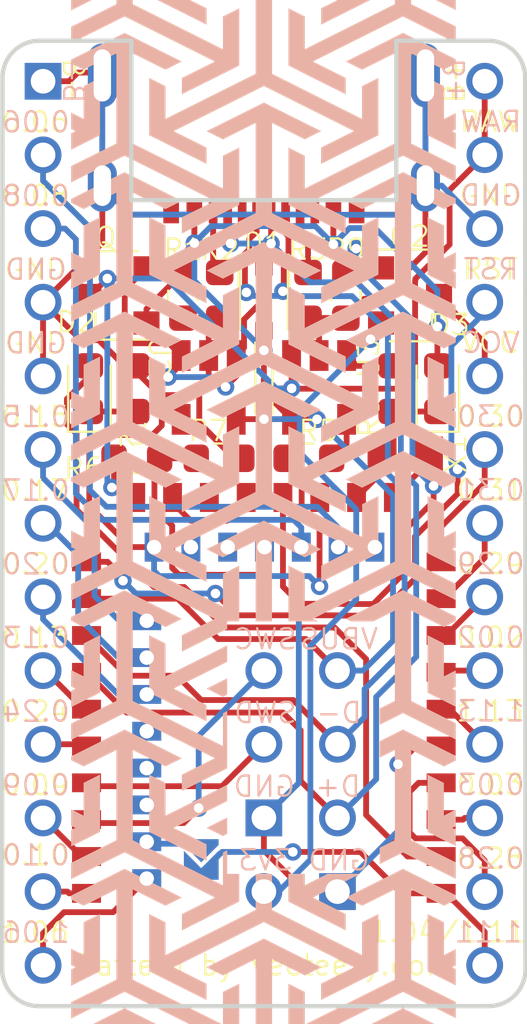
<source format=kicad_pcb>
(kicad_pcb (version 20211014) (generator pcbnew)
  (layers (0 "F.Cu" signal) (31 "B.Cu" signal) (34 "B.Paste" user) (35 "F.Paste" user) (36 "B.SilkS" user "B.Silkscreen") (37 "F.SilkS" user "F.Silkscreen") (38 "B.Mask" user) (39 "F.Mask" user) (44 "Edge.Cuts" user))
  (net 0 "")
  (net 1 "GND")
  (net 2 "RESET")
  (net 3 "/P0.02")
  (net 4 "/P0.29")
  (net 5 "/P0.30")
  (net 6 "/P0.31")
  (net 7 "/P0.10")
  (net 8 "/P0.09")
  (net 9 "VBUS")
  (net 10 "VBAT")
  (net 11 "DATA+")
  (net 12 "DATA-")
  (net 13 "/P1.13")
  (net 14 "/P1.11")
  (net 15 "/P0.20")
  (net 16 "/P0.13")
  (net 17 "/P0.15")
  (net 18 "/P0.17")
  (net 19 "/P0.22")
  (net 20 "/P0.24")
  (net 21 "BLUE_LED")
  (net 22 "/P0.03")
  (net 23 "/P0.28")
  (net 24 "/P0.00")
  (net 25 "/P0.01")
  (net 26 "/P1.06")
  (net 27 "/P1.04")
  (net 28 "SWC")
  (net 29 "SWD")
  (net 30 "POWER_PIN")
  (net 31 "/P0.26")
  (net 32 "DCCH")
  (net 33 "CC2")
  (net 34 "CC1")
  (net 35 "EXT_VCC")
  (net 36 "Net-(D2-Pad1)")
  (net 37 "/P1.00")
  (net 38 "/P1.02")
  (net 39 "/P0.12")
  (net 40 "Net-(R5-Pad1)")
  (net 41 "BATTERY_PIN")
  (net 42 "Net-(R8-Pad2)")
  (net 43 "Net-(D1-Pad1)")
  (net 44 "Net-(D3-Pad1)")
  (net 45 "nRF_VDD")
  (net 46 "/P0.07")
  (net 47 "/P0.08")
  (net 48 "PROG")
  (net 49 "/P0.06")
  (footprint "nrfmicro:pro_micro" (layer "F.Cu") (at 27.7216 36.51)
    (fp_text reference "U4")
    (fp_text value "ProMicro" hide)
  )
  (footprint "nrfmicro:E73-2G4M08S1C-52840" (layer "F.Cu") (at 27.72 33.97 -90)
    (fp_text reference "U1" hide)
    (fp_text value "E73-2G4M08S1C" hide)
  )
  (footprint "Package_TO_SOT_SMD:SOT-23" (layer "F.Cu") (at 32.766 27.3845)
    (fp_text reference "Q2")
    (fp_text value "AO3407")
  )
  (footprint "Diode_SMD:D_SOD-323F" (layer "F.Cu") (at 27.7216 27.502 -90)
    (fp_text reference "D1")
    (fp_text value "1N5819")
  )
  (footprint "Resistor_SMD:R_0603_1608Metric" (layer "F.Cu") (at 23.3375 33)
    (fp_text reference "R6")
    (fp_text value "820K")
  )
  (footprint "Resistor_SMD:R_0603_1608Metric" (layer "F.Cu") (at 26.175 33)
    (fp_text reference "R7")
    (fp_text value "2M")
  )
  (footprint "Package_TO_SOT_SMD:SOT-23" (layer "F.Cu") (at 22.6695 27.3845 180)
    (fp_text reference "Q1")
    (fp_text value "AO3407" hide)
  )
  (footprint "Resistor_SMD:R_0603_1608Metric" (layer "F.Cu") (at 23.3 30.6 90)
    (fp_text reference "R4")
    (fp_text value "1K")
  )
  (footprint "Resistor_SMD:R_0603_1608Metric" (layer "F.Cu") (at 26.1976 27.382 -90)
    (fp_text reference "R2")
    (fp_text value "5.1K")
  )
  (footprint "Resistor_SMD:R_0603_1608Metric" (layer "F.Cu") (at 29.2456 27.382 -90)
    (fp_text reference "R3")
    (fp_text value "5.1K")
  )
  (footprint "LED_SMD:LED_0603_1608Metric" (layer "F.Cu") (at 21.7 30.6 90)
    (fp_text reference "D2")
    (fp_text value "BLUE")
  )
  (footprint "Resistor_SMD:R_0603_1608Metric" (layer "F.Cu") (at 24.9276 27.382 -90)
    (fp_text reference "R1")
    (fp_text value "100K")
  )
  (footprint "Package_TO_SOT_SMD:SOT-23-5" (layer "F.Cu") (at 29.6266 30.557 -90)
    (fp_text reference "U3")
    (fp_text value "TP4054")
  )
  (footprint "Resistor_SMD:R_0603_1608Metric" (layer "F.Cu") (at 29.275 33 180)
    (fp_text reference "R5")
    (fp_text value "RPROG")
  )
  (footprint "Resistor_SMD:R_0603_1608Metric" (layer "F.Cu") (at 30.55 27.382 -90)
    (fp_text reference "R9")
    (fp_text value "2M")
  )
  (footprint "nrfmicro:connector_bat" (layer "F.Cu") (at 27.7216 20 180)
    (fp_text reference "J3")
    (fp_text value "Conn_01x02")
  )
  (footprint "nrfmicro:connector_swd" (layer "F.Cu") (at 27.7216 47.94 180)
    (fp_text reference "J2" hide)
    (fp_text value "Conn_01x04")
  )
  (footprint "Package_TO_SOT_SMD:SOT-23-5" (layer "F.Cu") (at 25.8166 30.557 -90)
    (fp_text reference "U2")
    (fp_text value "AP2112K-3.3")
  )
  (footprint "nrfmicro:connector_usb" (layer "F.Cu") (at 30.2616 47.94 180)
    (fp_text reference "J4" hide)
    (fp_text value "Conn_01x04")
  )
  (footprint "Crystal:Crystal_SMD_MicroCrystal_CM9V-T1A-2Pin_1.6x1.0mm" (layer "F.Cu") (at 32.6 32.85)
    (fp_text reference "X1")
    (fp_text value "32768kHz")
  )
  (footprint "Resistor_SMD:R_0603_1608Metric" (layer "F.Cu") (at 32.15 30.6 90)
    (fp_text reference "R8")
    (fp_text value "1K")
  )
  (footprint "LED_SMD:LED_0603_1608Metric" (layer "F.Cu") (at 33.725 30.6 90)
    (fp_text reference "D3")
    (fp_text value "RED")
  )
  (footprint "nrfmicro:USB-C_C168688" (layer "F.Cu") (at 27.72645 24.09875)
    (fp_text reference "J1" hide)
    (fp_text value "USB-C USB 2.0 MC-372")
  )
  (footprint "nrfmicro:nrf-pattern" (layer "F.Cu") (at 27.719533 34.350775)
    (fp_text reference "svg2mod" hide)
    (fp_text value "G***" hide)
  )
  (footprint "nrfmicro:Jumper_SMD" (layer "B.Cu") (at 25.560533 46.631775 180)
    (fp_text reference "JP1")
    (fp_text value "SolderJumper_2_Open" hide)
  )
  (gr_line (start 36.737 19.873) (end 36.7497 50.6197) (layer "Edge.Cuts") (width 0.15))
  (gr_line (start 32.291533 18.602775) (end 35.467 18.603) (layer "Edge.Cuts") (width 0.15))
  (gr_line (start 19.973 18.603) (end 23.147533 18.602775) (layer "Edge.Cuts") (width 0.15))
  (gr_line (start 18.6903 50.6197) (end 18.703 19.873) (layer "Edge.Cuts") (width 0.15))
  (gr_line (start 32.291533 24.1) (end 32.291533 18.602775) (layer "Edge.Cuts") (width 0.15))
  (gr_line (start 23.147533 18.602775) (end 23.147533 24.1) (layer "Edge.Cuts") (width 0.15))
  (gr_line (start 35.4797 51.8897) (end 19.9603 51.8897) (layer "Edge.Cuts") (width 0.15))
  (gr_arc (start 35.467 18.603) (mid 36.365026 18.974974) (end 36.737 19.873) (layer "Edge.Cuts") (width 0.15))
  (gr_arc (start 18.703 19.873) (mid 19.074974 18.974974) (end 19.973 18.603) (layer "Edge.Cuts") (width 0.15))
  (gr_arc (start 19.9603 51.8897) (mid 19.062274 51.517726) (end 18.6903 50.6197) (layer "Edge.Cuts") (width 0.15))
  (gr_arc (start 36.7497 50.6197) (mid 36.377726 51.517726) (end 35.4797 51.8897) (layer "Edge.Cuts") (width 0.15))
  (gr_line (start 23.147533 24.1) (end 32.291533 24.1) (layer "Edge.Cuts") (width 0.15))
  (gr_text "Pattern by Vecteezy.com" (at 27.719533 50.479775) (layer "F.SilkS") (effects (font (size 0.7 0.7) (thickness 0.08))))
  (segment (start 25.491601 31.777003) (end 26.714598 33) (width 0.2) (layer "F.Cu") (net 1))
  (segment (start 33.2966 25.8982) (end 32.516001 26.678799) (width 0.2) (layer "F.Cu") (net 1))
  (segment (start 29.197753 35.162775) (end 29.024999 34.990021) (width 0.2) (layer "F.Cu") (net 1))
  (segment (start 21.3 19.7) (end 22.1466 19.7) (width 0.2) (layer "F.Cu") (net 1))
  (segment (start 23.117189 24.6) (end 24.5216 24.6) (width 0.2) (layer "F.Cu") (net 1))
  (segment (start 23.3 29.997838) (end 24.07501 30.772848) (width 0.2) (layer "F.Cu") (net 1))
  (segment (start 27.7216 45.4) (end 27.7216 46.521842) (width 0.2) (layer "F.Cu") (net 1))
  (segment (start 30.525 28.1625) (end 29.2526 28.1625) (width 0.2) (layer "F.Cu") (net 1))
  (segment (start 29.472533 35.162775) (end 29.197753 35.162775) (width 0.2) (layer "F.Cu") (net 1))
  (segment (start 20.1016 20) (end 21 20) (width 0.2) (layer "F.Cu") (net 1))
  (segment (start 24.101673 30.799511) (end 24.124162 30.822) (width 0.2) (layer "F.Cu") (net 1))
  (segment (start 25.491601 30.886999) (end 25.491601 31.777003) (width 0.2) (layer "F.Cu") (net 1))
  (segment (start 23.3 30.024991) (end 23.3 29.8125) (width 0.2) (layer "F.Cu") (net 1))
  (segment (start 25.8166 30.1634) (end 25.491601 30.488399) (width 0.2) (layer "F.Cu") (net 1))
  (segment (start 26.714598 33) (end 26.9625 33) (width 0.2) (layer "F.Cu") (net 1))
  (segment (start 33.839 42.92) (end 32.98 42.92) (width 0.2) (layer "F.Cu") (net 1))
  (segment (start 33.2966 23.625277) (end 32.321877 24.6) (width 0.2) (layer "F.Cu") (net 1))
  (segment (start 30.525 28.1625) (end 31.1875 27.5) (width 0.2) (layer "F.Cu") (net 1))
  (segment (start 26.59614 32.9) (end 25.491601 31.795461) (width 0.2) (layer "F.Cu") (net 1))
  (segment (start 26.1976 28.1695) (end 24.9276 28.1695) (width 0.2) (layer "F.Cu") (net 1))
  (segment (start 29.024999 33.437499) (end 28.4875 32.9) (width 0.2) (layer "F.Cu") (net 1))
  (segment (start 21.6976 34.64389) (end 21.6976 32.54376) (width 0.2) (layer "F.Cu") (net 1))
  (segment (start 25.426602 30.822) (end 25.491601 30.886999) (width 0.2) (layer "F.Cu") (net 1))
  (segment (start 32.98 42.92) (end 32.35 43.55) (width 0.2) (layer "F.Cu") (net 1))
  (segment (start 29.6266 29.457) (end 29.6266 28.5505) (width 0.2) (layer "F.Cu") (net 1))
  (segment (start 21.6976 32.54376) (end 22.04936 32.192) (width 0.2) (layer "F.Cu") (net 1))
  (segment (start 25.491601 30.488399) (end 25.491601 31.795461) (width 0.2) (layer "F.Cu") (net 1))
  (segment (start 32.321877 24.6) (end 30.9216 24.6) (width 0.2) (layer "F.Cu") (net 1))
  (segment (start 20.1016 30.16) (end 20.1016 27.62) (width 0.2) (layer "F.Cu") (net 1))
  (segment (start 24.07501 30.772848) (end 24.101673 30.799511) (width 0.2) (layer "F.Cu") (net 1))
  (segment (start 20.1016 27.62) (end 21.40659 28.92499) (width 0.2) (layer "F.Cu") (net 1))
  (segment (start 29.139758 47.94) (end 30.2616 47.94) (width 0.2) (layer "F.Cu") (net 1))
  (segment (start 24.1976 31.872) (end 24.1976 30.895438) (width 0.2) (layer "F.Cu") (net 1))
  (segment (start 23.3 29.8125) (end 23.3 30.038002) (width 0.2) (layer "F.Cu") (net 1))
  (segment (start 22.90864 29.8125) (end 22.02113 28.92499) (width 0.2) (layer "F.Cu") (net 1))
  (segment (start 26.9625 32.9) (end 26.59614 32.9) (width 0.2) (layer "F.Cu") (net 1))
  (segment (start 21 20) (end 21.3 19.7) (width 0.2) (layer "F.Cu") (net 1))
  (segment (start 29.2476 28.1675) (end 29.2456 28.1695) (width 0.2) (layer "F.Cu") (net 1))
  (segment (start 29.642533 35.332775) (end 29.472533 35.162775) (width 0.2) (layer "F.Cu") (net 1))
  (segment (start 25.8166 29.457) (end 25.8166 30.1634) (width 0.2) (layer "F.Cu") (net 1))
  (segment (start 23.3 29.8125) (end 23.3 29.997838) (width 0.2) (layer "F.Cu") (net 1))
  (segment (start 20.1016 27.62) (end 22.1466 25.575) (width 0.2) (layer "F.Cu") (net 1))
  (segment (start 24.1976 30.895438) (end 24.101673 30.799511) (width 0.2) (layer "F.Cu") (net 1))
  (segment (start 22.04936 32.192) (end 23.8776 32.192) (width 0.2) (layer "F.Cu") (net 1))
  (segment (start 32.516001 26.678799) (end 32.516001 27.074501) (width 0.2) (layer "F.Cu") (net 1))
  (segment (start 23.8776 32.192) (end 24.1976 31.872) (width 0.2) (layer "F.Cu") (net 1))
  (segment (start 23.933 36.062) (end 23.11571 36.062) (width 0.2) (layer "F.Cu") (net 1))
  (segment (start 29.6266 28.5505) (end 29.2456 28.1695) (width 0.2) (layer "F.Cu") (net 1))
  (segment (start 23.11571 36.062) (end 21.6976 34.64389) (width 0.2) (layer "F.Cu") (net 1))
  (segment (start 25.8166 28.8084) (end 25.8166 29.457) (width 0.2) (layer "F.Cu") (net 1))
  (segment (start 33.2966 23.7) (end 33.2966 25.8982) (width 0.2) (layer "F.Cu") (net 1))
  (segment (start 26.1976 28.1695) (end 26.1976 28.4274) (width 0.2) (layer "F.Cu") (net 1))
  (segment (start 31.1875 27.5) (end 32.090502 27.5) (width 0.2) (layer "F.Cu") (net 1))
  (segment (start 33.2966 19.7) (end 33.2966 23.625277) (width 0.2) (layer "F.Cu") (net 1))
  (segment (start 22.02113 28.92499) (end 21.40659 28.92499) (width 0.2) (layer "F.Cu") (net 1))
  (segment (start 29.2526 28.1625) (end 29.2456 28.1695) (width 0.2) (layer "F.Cu") (net 1))
  (segment (start 29.024999 34.990021) (end 29.024999 33.437499) (width 0.2) (layer "F.Cu") (net 1))
  (segment (start 25.84 34.351) (end 25.84 34.1225) (width 0.2) (layer "F.Cu") (net 1))
  (segment (start 26.1976 28.4274) (end 25.8166 28.8084) (width 0.2) (layer "F.Cu") (net 1))
  (segment (start 29.642533 37.415755) (end 29.642533 35.332775) (width 0.2) (layer "F.Cu") (net 1))
  (segment (start 27.7216 46.521842) (end 29.139758 47.94) (width 0.2) (layer "F.Cu") (net 1))
  (segment (start 32.090502 27.5) (end 32.516001 27.074501) (width 0.2) (layer "F.Cu") (net 1))
  (segment (start 22.1466 25.575) (end 22.1466 23.7) (width 0.2) (layer "F.Cu") (net 1))
  (segment (start 22.1466 19.7) (end 22.1466 23.629411) (width 0.2) (layer "F.Cu") (net 1))
  (segment (start 22.1466 23.629411) (end 23.117189 24.6) (width 0.2) (layer "F.Cu") (net 1))
  (segment (start 24.124162 30.822) (end 25.426602 30.822) (width 0.2) (layer "F.Cu") (net 1))
  (segment (start 25.84 34.1225) (end 26.9625 33) (width 0.2) (layer "F.Cu") (net 1))
  (via (at 32.35 43.55) (size 0.6) (drill 0.33) (layers "F.Cu" "B.Cu") (net 1))
  (via (at 29.642533 37.415755) (size 0.6) (drill 0.33) (layers "F.Cu" "B.Cu") (net 1))
  (segment (start 28.926589 37.073411) (end 28.937998 37.062002) (width 0.2) (layer "B.Cu") (net 1))
  (segment (start 27.7216 45.397708) (end 28.926589 44.192719) (width 0.2) (layer "B.Cu") (net 1))
  (segment (start 29.660983 24.595977) (end 23.113166 24.595977) (width 0.2) (layer "B.Cu") (net 1))
  (segment (start 32.35 45.849308) (end 30.2616 47.937708) (width 0.2) (layer "B.Cu") (net 1))
  (segment (start 27.7216 45.4) (end 27.7216 45.397708) (width 0.2) (layer "B.Cu") (net 1))
  (segment (start 29.667781 24.602775) (end 29.660983 24.595977) (width 0.2) (layer "B.Cu") (net 1))
  (segment (start 29.642533 37.415755) (end 29.28878 37.062002) (width 0.2) (layer "B.Cu") (net 1))
  (segment (start 32.35 43.55) (end 32.35 45.849308) (width 0.2) (layer "B.Cu") (net 1))
  (segment (start 35.3416 25.08) (end 33.8616 23.6) (width 0.2) (layer "B.Cu") (net 1))
  (segment (start 28.926589 44.192719) (end 28.926589 37.073411) (width 0.2) (layer "B.Cu") (net 1))
  (segment (start 24.112002 37.062002) (end 23.933 36.883) (width 0.2) (layer "B.Cu") (net 1))
  (segment (start 23.113166 24.595977) (end 22.1466 23.629411) (width 0.2) (layer "B.Cu") (net 1))
  (segment (start 28.937998 37.062002) (end 24.112002 37.062002) (width 0.2) (layer "B.Cu") (net 1))
  (segment (start 23.933 36.883) (end 23.933 36.062) (width 0.2) (layer "B.Cu") (net 1))
  (segment (start 29.28878 37.062002) (end 28.937998 37.062002) (width 0.2) (layer "B.Cu") (net 1))
  (segment (start 33.8616 23.6) (end 33.2972 23.6) (width 0.2) (layer "B.Cu") (net 1))
  (segment (start 33.2966 19.7) (end 33.2966 23.625277) (width 0.2) (layer "B.Cu") (net 1))
  (segment (start 32.319102 24.602775) (end 29.667781 24.602775) (width 0.2) (layer "B.Cu") (net 1))
  (segment (start 22.1466 23.629411) (end 22.1466 19.7) (width 0.2) (layer "B.Cu") (net 1))
  (segment (start 30.2616 47.937708) (end 30.2616 47.94) (width 0.2) (layer "B.Cu") (net 1))
  (segment (start 33.2966 23.625277) (end 32.319102 24.602775) (width 0.2) (layer "B.Cu") (net 1))
  (segment (start 31.660675 38.424775) (end 30.286899 38.424775) (width 0.2) (layer "F.Cu") (net 2))
  (segment (start 26.802773 38.414775) (end 26.05 37.662002) (width 0.2) (layer "F.Cu") (net 2))
  (segment (start 34.406599 33.381599) (end 34.406599 34.225501) (width 0.2) (layer "F.Cu") (net 2))
  (segment (start 34.406599 34.225501) (end 32.936533 35.695567) (width 0.2) (layer "F.Cu") (net 2))
  (segment (start 30.276899 38.414775) (end 26.802773 38.414775) (width 0.2) (layer "F.Cu") (net 2))
  (segment (start 22.327621 36.57) (end 22.860541 37.10292) (width 0.2) (layer "F.Cu") (net 2))
  (segment (start 32.936533 35.695567) (end 32.936532 37.148918) (width 0.2) (layer "F.Cu") (net 2))
  (segment (start 22.860541 37.10292) (end 22.860541 37.221058) (width 0.2) (layer "F.Cu") (net 2))
  (segment (start 21.601 36.57) (end 22.327621 36.57) (width 0.2) (layer "F.Cu") (net 2))
  (segment (start 32.936532 37.148918) (end 31.660675 38.424775) (width 0.2) (layer "F.Cu") (net 2))
  (segment (start 30.286899 38.424775) (end 30.276899 38.414775) (width 0.2) (layer "F.Cu") (net 2))
  (via (at 26.05 37.662002) (size 0.6) (drill 0.33) (layers "F.Cu" "B.Cu") (net 2))
  (via (at 34.406599 33.381599) (size 0.6) (drill 0.33) (layers "F.Cu" "B.Cu") (net 2))
  (via (at 22.860541 37.221058) (size 0.6) (drill 0.33) (layers "F.Cu" "B.Cu") (net 2))
  (segment (start 23.301485 37.662002) (end 22.860541 37.221058) (width 0.2) (layer "B.Cu") (net 2))
  (segment (start 35.3416 27.973708) (end 34.192533 29.122775) (width 0.2) (layer "B.Cu") (net 2))
  (segment (start 35.3416 27.62) (end 35.3416 27.973708) (width 0.2) (layer "B.Cu") (net 2))
  (segment (start 34.192533 33.167533) (end 34.406599 33.381599) (width 0.2) (layer "B.Cu") (net 2))
  (segment (start 26.05 37.662002) (end 23.301485 37.662002) (width 0.2) (layer "B.Cu") (net 2))
  (segment (start 34.192533 29.122775) (end 34.192533 33.167533) (width 0.2) (layer "B.Cu") (net 2))
  (segment (start 35.3416 40.32) (end 33.899 40.32) (width 0.2) (layer "F.Cu") (net 3))
  (segment (start 33.899 40.32) (end 33.839 40.38) (width 0.2) (layer "F.Cu") (net 3))
  (segment (start 34.0116 39.11) (end 35.3416 37.78) (width 0.2) (layer "F.Cu") (net 4))
  (segment (start 33.839 39.11) (end 34.0116 39.11) (width 0.2) (layer "F.Cu") (net 4))
  (segment (start 33.839 35.358798) (end 35.3416 33.856198) (width 0.2) (layer "F.Cu") (net 5))
  (segment (start 33.839 36.57) (end 33.839 35.358798) (width 0.2) (layer "F.Cu") (net 5))
  (segment (start 35.3416 33.856198) (end 35.3416 32.7) (width 0.2) (layer "F.Cu") (net 5))
  (segment (start 35.3416 36.432402) (end 35.3416 35.24) (width 0.2) (layer "F.Cu") (net 6))
  (segment (start 33.934002 37.84) (end 35.3416 36.432402) (width 0.2) (layer "F.Cu") (net 6))
  (segment (start 33.839 37.84) (end 33.934002 37.84) (width 0.2) (layer "F.Cu") (net 6))
  (segment (start 21 48) (end 20.94 47.94) (width 0.2) (layer "F.Cu") (net 7))
  (segment (start 20.94 47.94) (end 20.1016 47.94) (width 0.2) (layer "F.Cu") (net 7))
  (segment (start 21.601 48) (end 21 48) (width 0.2) (layer "F.Cu") (net 7))
  (segment (start 21.4316 46.73) (end 21.601 46.73) (width 0.2) (layer "F.Cu") (net 8))
  (segment (start 20.1016 45.4) (end 21.4316 46.73) (width 0.2) (layer "F.Cu") (net 8))
  (segment (start 30.2616 40.32) (end 29.174375 39.232775) (width 0.2) (layer "F.Cu") (net 9))
  (segment (start 27.7216 28.5455) (end 27.7216 29.2784) (width 0.2) (layer "F.Cu") (net 9))
  (segment (start 33.71 28.46) (end 33.71 29.7975) (width 0.2) (layer "F.Cu") (net 9))
  (segment (start 23.6695 27.8526) (end 24.9276 26.5945) (width 0.2) (layer "F.Cu") (net 9))
  (segment (start 28.6766 31.657) (end 28.119599 31.099999) (width 0.2) (layer "F.Cu") (net 9))
  (segment (start 30.1216 24.6) (end 30.1216 25.6184) (width 0.2) (layer "F.Cu") (net 9))
  (segment (start 30.1216 24.6) (end 30.1216 25.2816) (width 0.2) (layer "F.Cu") (net 9))
  (segment (start 28.6766 31.657) (end 29.557 31.657) (width 0.2) (layer "F.Cu") (net 9))
  (segment (start 27.7216 30.702) (end 28.119599 31.099999) (width 0.2) (layer "F.Cu") (net 9))
  (segment (start 30.1216 24.73) (end 30.1216 25.2816) (width 0.2) (layer "F.Cu") (net 9))
  (segment (start 24.9276 25.9724) (end 25.3216 25.5784) (width 0.2) (layer "F.Cu") (net 9))
  (segment (start 24.749758 37.84) (end 21.601 37.84) (width 0.2) (layer "F.Cu") (net 9))
  (segment (start 27.7216 29.2784) (end 27.7216 30.702) (width 0.2) (layer "F.Cu") (net 9))
  (segment (start 30.1216 25.6184) (end 30.12 25.62) (width 0.2) (layer "F.Cu") (net 9))
  (segment (start 25.3216 25.5784) (end 25.3216 24.73) (width 0.2) (layer "F.Cu") (net 9))
  (segment (start 25.3216 24.6) (end 25.3216 25.5784) (width 0.2) (layer "F.Cu") (net 9))
  (segment (start 23.6695 28.3345) (end 23.6695 27.8526) (width 0.2) (layer "F.Cu") (net 9))
  (segment (start 29.174375 39.232775) (end 26.142533 39.232775) (width 0.2) (layer "F.Cu") (net 9))
  (segment (start 26.142533 39.232775) (end 24.749758 37.84) (width 0.2) (layer "F.Cu") (net 9))
  (segment (start 24.9276 26.5945) (end 24.9276 25.9724) (width 0.2) (layer "F.Cu") (net 9))
  (via (at 25.3216 25.5784) (size 0.6) (drill 0.33) (layers "F.Cu" "B.Cu") (net 9))
  (via (at 27.7216 29.2784) (size 0.6) (drill 0.33) (layers "F.Cu" "B.Cu") (net 9))
  (via (at 33.71 28.46) (size 0.6) (drill 0.33) (layers "F.Cu" "B.Cu") (net 9))
  (via (at 29.557 31.657) (size 0.6) (drill 0.33) (layers "F.Cu" "B.Cu") (net 9))
  (via (at 30.12 25.62) (size 0.6) (drill 0.33) (layers "F.Cu" "B.Cu") (net 9))
  (segment (start 30.677985 25.062015) (end 30.12 25.62) (width 0.2) (layer "B.Cu") (net 9))
  (segment (start 25.3216 25.5784) (end 25.904503 24.995497) (width 0.2) (layer "B.Cu") (net 9))
  (segment (start 25.904503 24.995497) (end 29.495497 24.995497) (width 0.2) (layer "B.Cu") (net 9))
  (segment (start 33.71 27.2175) (end 31.554515 25.062015) (width 0.2) (layer "B.Cu") (net 9))
  (segment (start 32.178001 39.287307) (end 31.145308 40.32) (width 0.2) (layer "B.Cu") (net 9))
  (segment (start 32.178001 34.278001) (end 32.178001 39.287307) (width 0.2) (layer "B.Cu") (net 9))
  (segment (start 29.495497 24.995497) (end 30.12 25.62) (width 0.2) (layer "B.Cu") (net 9))
  (segment (start 31.554515 25.062015) (end 30.677985 25.062015) (width 0.2) (layer "B.Cu") (net 9))
  (segment (start 29.557 31.657) (end 32.178001 34.278001) (width 0.2) (layer "B.Cu") (net 9))
  (segment (start 27.7216 29.2784) (end 25.3216 26.8784) (width 0.2) (layer "B.Cu") (net 9))
  (segment (start 31.145308 40.32) (end 30.2616 40.32) (width 0.2) (layer "B.Cu") (net 9))
  (segment (start 33.71 28.46) (end 33.71 27.2175) (width 0.2) (layer "B.Cu") (net 9))
  (segment (start 25.3216 26.8784) (end 25.3216 25.5784) (width 0.2) (layer "B.Cu") (net 9))
  (segment (start 32.94999 26.810508) (end 32.94999 26.86001) (width 0.2) (layer "F.Cu") (net 10))
  (segment (start 32.94 30.23114) (end 32.57114 30.6) (width 0.2) (layer "F.Cu") (net 10))
  (segment (start 32.94999 26.810508) (end 34.130249 25.630249) (width 0.2) (layer "F.Cu") (net 10))
  (segment (start 21.6695 27.3845) (end 21.734999 27.3845) (width 0.2) (layer "F.Cu") (net 10))
  (segment (start 22.55 33.934837) (end 22.474998 34.009839) (width 0.2) (layer "F.Cu") (net 10))
  (segment (start 32.94 26.87) (end 32.94 30.23114) (width 0.2) (layer "F.Cu") (net 10))
  (segment (start 34.130249 23.751351) (end 34.130249 25.630249) (width 0.2) (layer "F.Cu") (net 10))
  (segment (start 35.3416 22.54) (end 35.3416 20) (width 0.2) (layer "F.Cu") (net 10))
  (segment (start 32.94999 26.86001) (end 32.94 26.87) (width 0.2) (layer "F.Cu") (net 10))
  (segment (start 28.69 30.6) (end 28.68 30.59) (width 0.2) (layer "F.Cu") (net 10))
  (segment (start 22.55 33) (end 22.55 33.934837) (width 0.2) (layer "F.Cu") (net 10))
  (segment (start 28.68 29.4604) (end 28.6766 29.457) (width 0.2) (layer "F.Cu") (net 10))
  (segment (start 35.3416 22.54) (end 34.130249 23.751351) (width 0.2) (layer "F.Cu") (net 10))
  (segment (start 32.57114 30.6) (end 28.69 30.6) (width 0.2) (layer "F.Cu") (net 10))
  (segment (start 28.68 30.59) (end 28.68 29.4604) (width 0.2) (layer "F.Cu") (net 10))
  (segment (start 21.734999 27.3845) (end 22.319499 26.8) (width 0.2) (layer "F.Cu") (net 10))
  (via (at 22.319499 26.8) (size 0.6) (drill 0.33) (layers "F.Cu" "B.Cu") (net 10))
  (via (at 22.474998 34.009839) (size 0.6) (drill 0.33) (layers "F.Cu" "B.Cu") (net 10))
  (via (at 28.68 30.59) (size 0.6) (drill 0.33) (layers "F.Cu" "B.Cu") (net 10))
  (segment (start 22.319499 33.85434) (end 22.474998 34.009839) (width 0.2) (layer "B.Cu") (net 10))
  (segment (start 24.355198 26.8) (end 24.217112 26.8) (width 0.2) (layer "B.Cu") (net 10))
  (segment (start 28.68 30.59) (end 28.145198 30.59) (width 0.2) (layer "B.Cu") (net 10))
  (segment (start 22.319499 26.8) (end 22.319499 33.85434) (width 0.2) (layer "B.Cu") (net 10))
  (segment (start 24.217112 26.8) (end 22.319499 26.8) (width 0.2) (layer "B.Cu") (net 10))
  (segment (start 28.145198 30.59) (end 24.355198 26.8) (width 0.2) (layer "B.Cu") (net 10))
  (segment (start 28.378601 41.767001) (end 28.989533 42.377933) (width 0.2) (layer "F.Cu") (net 11))
  (segment (start 28.989533 44.127933) (end 30.2616 45.4) (width 0.2) (layer "F.Cu") (net 11))
  (segment (start 22.988001 41.767001) (end 28.378601 41.767001) (width 0.2) (layer "F.Cu") (net 11))
  (segment (start 27.9716 25.593898) (end 27.97 25.595498) (width 0.2) (layer "F.Cu") (net 11))
  (segment (start 28.989533 42.377933) (end 28.989533 44.127933) (width 0.2) (layer "F.Cu") (net 11))
  (segment (start 26.5716 25.595497) (end 26.5716 25.508) (width 0.2) (layer "F.Cu") (net 11))
  (segment (start 26.5716 25.508) (end 26.9716 25.108) (width 0.2) (layer "F.Cu") (net 11))
  (segment (start 21.601 40.38) (end 22.988001 41.767001) (width 0.2) (layer "F.Cu") (net 11))
  (segment (start 27.9716 24.73) (end 27.9716 25.593898) (width 0.2) (layer "F.Cu") (net 11))
  (segment (start 26.9716 25.108) (end 26.9716 24.5) (width 0.2) (layer "F.Cu") (net 11))
  (via (at 26.5716 25.595497) (size 0.6) (drill 0.33) (layers "F.Cu" "B.Cu") (net 11))
  (via (at 27.97 25.595498) (size 0.6) (drill 0.33) (layers "F.Cu" "B.Cu") (net 11))
  (segment (start 26.5716 25.595497) (end 27.969999 25.595497) (width 0.2) (layer "B.Cu") (net 11))
  (segment (start 32.978021 33.946623) (end 32.978021 39.847287) (width 0.2) (layer "B.Cu") (net 11))
  (segment (start 31.596611 41.228697) (end 31.596611 44.064989) (width 0.2) (layer "B.Cu") (net 11))
  (segment (start 31.596611 44.064989) (end 30.2616 45.4) (width 0.2) (layer "B.Cu") (net 11))
  (segment (start 32.44808 28.45248) (end 32.44808 33.416682) (width 0.2) (layer "B.Cu") (net 11))
  (segment (start 27.97 25.595498) (end 29.306502 26.932) (width 0.2) (layer "B.Cu") (net 11))
  (segment (start 32.978021 39.847287) (end 31.596611 41.228697) (width 0.2) (layer "B.Cu") (net 11))
  (segment (start 30.9276 26.932) (end 32.44808 28.45248) (width 0.2) (layer "B.Cu") (net 11))
  (segment (start 32.44808 33.416682) (end 32.978021 33.946623) (width 0.2) (layer "B.Cu") (net 11))
  (segment (start 29.306502 26.932) (end 30.9276 26.932) (width 0.2) (layer "B.Cu") (net 11))
  (segment (start 27.0676 25.947335) (end 27.2176 25.797335) (width 0.2) (layer "F.Cu") (net 12))
  (segment (start 22.988001 40.497001) (end 21.601 39.11) (width 0.2) (layer "F.Cu") (net 12))
  (segment (start 28.3776 27.242) (end 28.4076 27.212) (width 0.2) (layer "F.Cu") (net 12))
  (segment (start 28.569511 25.347171) (end 28.4716 25.24926) (width 0.2) (layer "F.Cu") (net 12))
  (segment (start 28.737375 41.335775) (end 25.560533 41.335775) (width 0.2) (layer "F.Cu") (net 12))
  (segment (start 27.1176 27.282) (end 27.0676 27.232) (width 0.2) (layer "F.Cu") (net 12))
  (segment (start 25.560533 41.335775) (end 24.721759 40.497001) (width 0.2) (layer "F.Cu") (net 12))
  (segment (start 27.0676 27.232) (end 27.0676 25.947335) (width 0.2) (layer "F.Cu") (net 12))
  (segment (start 28.4716 25.24926) (end 28.4716 24.6) (width 0.2) (layer "F.Cu") (net 12))
  (segment (start 27.2176 25.797335) (end 27.2176 25.442) (width 0.2) (layer "F.Cu") (net 12))
  (segment (start 28.569511 25.940089) (end 28.569511 25.347171) (width 0.2) (layer "F.Cu") (net 12))
  (segment (start 27.4716 25.188) (end 27.4716 24.6) (width 0.2) (layer "F.Cu") (net 12))
  (segment (start 30.2616 42.86) (end 28.737375 41.335775) (width 0.2) (layer "F.Cu") (net 12))
  (segment (start 24.721759 40.497001) (end 22.988001 40.497001) (width 0.2) (layer "F.Cu") (net 12))
  (segment (start 27.2176 25.442) (end 27.4716 25.188) (width 0.2) (layer "F.Cu") (net 12))
  (segment (start 28.4076 26.102) (end 28.569511 25.940089) (width 0.2) (layer "F.Cu") (net 12))
  (segment (start 28.4076 27.212) (end 28.4076 26.102) (width 0.2) (layer "F.Cu") (net 12))
  (via (at 28.3776 27.242) (size 0.6) (drill 0.33) (layers "F.Cu" "B.Cu") (net 12))
  (via (at 27.1176 27.282) (size 0.6) (drill 0.33) (layers "F.Cu" "B.Cu") (net 12))
  (segment (start 28.3776 27.242) (end 28.544861 27.409261) (width 0.2) (layer "B.Cu") (net 12))
  (segment (start 32.578011 34.112311) (end 32.578011 39.577297) (width 0.2) (layer "B.Cu") (net 12))
  (segment (start 27.236276 27.400676) (end 28.312525 27.400676) (width 0.2) (layer "B.Cu") (net 12))
  (segment (start 32.000699 28.645099) (end 32.000699 33.534999) (width 0.2) (layer "B.Cu") (net 12))
  (segment (start 32.000699 33.534999) (end 32.578011 34.112311) (width 0.2) (layer "B.Cu") (net 12))
  (segment (start 31.196601 40.958707) (end 31.196601 41.924999) (width 0.2) (layer "B.Cu") (net 12))
  (segment (start 32.578011 39.577297) (end 31.196601 40.958707) (width 0.2) (layer "B.Cu") (net 12))
  (segment (start 30.764861 27.409261) (end 32.000699 28.645099) (width 0.2) (layer "B.Cu") (net 12))
  (segment (start 27.1176 27.282) (end 27.236276 27.400676) (width 0.2) (layer "B.Cu") (net 12))
  (segment (start 31.196601 41.924999) (end 30.2616 42.86) (width 0.2) (layer "B.Cu") (net 12))
  (segment (start 28.544861 27.409261) (end 30.764861 27.409261) (width 0.2) (layer "B.Cu") (net 12))
  (segment (start 35.3416 42.86) (end 34.1316 41.65) (width 0.2) (layer "F.Cu") (net 13))
  (segment (start 34.1316 41.65) (end 33.839 41.65) (width 0.2) (layer "F.Cu") (net 13))
  (segment (start 34.014 48) (end 35.3416 49.3276) (width 0.2) (layer "F.Cu") (net 14))
  (segment (start 31.051533 46.572775) (end 32.478758 48) (width 0.2) (layer "F.Cu") (net 14))
  (segment (start 28.722533 46.572775) (end 31.051533 46.572775) (width 0.2) (layer "F.Cu") (net 14))
  (segment (start 35.3416 50.48) (end 35.3416 49.36732) (width 0.2) (layer "F.Cu") (net 14))
  (segment (start 35.3416 49.3276) (end 35.3416 49.36732) (width 0.2) (layer "F.Cu") (net 14))
  (segment (start 32.478758 48) (end 33.839 48) (width 0.2) (layer "F.Cu") (net 14))
  (via (at 28.722533 46.572775) (size 0.6) (drill 0.33) (layers "F.Cu" "B.Cu") (net 14))
  (segment (start 28.722533 46.572775) (end 26.278053 46.572775) (width 0.2) (layer "B.Cu") (net 14))
  (segment (start 26.278053 46.572775) (end 25.560533 47.290295) (width 0.2) (layer "B.Cu") (net 14))
  (segment (start 22.691758 41.142) (end 20.1016 38.551842) (width 0.2) (layer "B.Cu") (net 15))
  (segment (start 23.679 41.142) (end 22.691758 41.142) (width 0.2) (layer "B.Cu") (net 15))
  (segment (start 20.1016 38.551842) (end 20.1016 37.78) (width 0.2) (layer "B.Cu") (net 15))
  (segment (start 21.505998 41.65) (end 21.601 41.65) (width 0.2) (layer "F.Cu") (net 16))
  (segment (start 20.175998 40.32) (end 21.505998 41.65) (width 0.2) (layer "F.Cu") (net 16))
  (segment (start 20.1016 40.32) (end 20.175998 40.32) (width 0.2) (layer "F.Cu") (net 16))
  (segment (start 22.731758 38.602) (end 23.679 38.602) (width 0.2) (layer "B.Cu") (net 17))
  (segment (start 20.1016 33.675774) (end 21.877533 35.451707) (width 0.2) (layer "B.Cu") (net 17))
  (segment (start 21.877533 35.451707) (end 21.877533 37.747775) (width 0.2) (layer "B.Cu") (net 17))
  (segment (start 21.877533 37.747775) (end 22.731758 38.602) (width 0.2) (layer "B.Cu") (net 17))
  (segment (start 20.1016 32.7) (end 20.1016 33.675774) (width 0.2) (layer "B.Cu") (net 17))
  (segment (start 22.701758 39.872) (end 21.312533 38.482775) (width 0.2) (layer "B.Cu") (net 18))
  (segment (start 23.679 39.872) (end 22.701758 39.872) (width 0.2) (layer "B.Cu") (net 18))
  (segment (start 21.312533 36.325775) (end 20.226758 35.24) (width 0.2) (layer "B.Cu") (net 18))
  (segment (start 21.312533 38.482775) (end 21.312533 36.325775) (width 0.2) (layer "B.Cu") (net 18))
  (segment (start 20.226758 35.24) (end 20.1016 35.24) (width 0.2) (layer "B.Cu") (net 18))
  (segment (start 20.1016 42.86) (end 21.541 42.86) (width 0.2) (layer "F.Cu") (net 20))
  (segment (start 21.541 42.86) (end 21.601 42.92) (width 0.2) (layer "F.Cu") (net 20))
  (segment (start 32.68 46.73) (end 31.25 45.3) (width 0.2) (layer "F.Cu") (net 21))
  (segment (start 21.2576 34.769588) (end 21.2576 32.15787) (width 0.2) (layer "F.Cu") (net 21))
  (segment (start 23.928002 37.43999) (end 21.2576 34.769588) (width 0.2) (layer "F.Cu") (net 21))
  (segment (start 31.25 39.924598) (end 30.158657 38.833255) (width 0.2) (layer "F.Cu") (net 21))
  (segment (start 20.92499 30.95387) (end 21.7 30.17886) (width 0.2) (layer "F.Cu") (net 21))
  (segment (start 24.973917 37.43999) (end 23.928002 37.43999) (width 0.2) (layer "F.Cu") (net 21))
  (segment (start 26.367182 38.833255) (end 24.973917 37.43999) (width 0.2) (layer "F.Cu") (net 21))
  (segment (start 21.2576 32.15787) (end 20.92499 31.82526) (width 0.2) (layer "F.Cu") (net 21))
  (segment (start 21.7 30.17886) (end 21.7 29.8125) (width 0.2) (layer "F.Cu") (net 21))
  (segment (start 30.158657 38.833255) (end 26.367182 38.833255) (width 0.2) (layer "F.Cu") (net 21))
  (segment (start 20.92499 31.82526) (end 20.92499 30.95387) (width 0.2) (layer "F.Cu") (net 21))
  (segment (start 31.25 45.3) (end 31.25 39.924598) (width 0.2) (layer "F.Cu") (net 21))
  (segment (start 33.839 46.73) (end 32.68 46.73) (width 0.2) (layer "F.Cu") (net 21))
  (segment (start 34.59 45.46) (end 33.839 45.46) (width 0.2) (layer "F.Cu") (net 22))
  (segment (start 35.3416 45.4) (end 34.65 45.4) (width 0.2) (layer "F.Cu") (net 22))
  (segment (start 34.65 45.4) (end 34.59 45.46) (width 0.2) (layer "F.Cu") (net 22))
  (segment (start 35.3416 46.867598) (end 34.579001 46.104999) (width 0.2) (layer "F.Cu") (net 23))
  (segment (start 34.579001 46.104999) (end 32.954999 46.104999) (width 0.2) (layer "F.Cu") (net 23))
  (segment (start 32.75 44.5) (end 33.06 44.19) (width 0.2) (layer "F.Cu") (net 23))
  (segment (start 32.75 45.9) (end 32.75 44.5) (width 0.2) (layer "F.Cu") (net 23))
  (segment (start 35.3416 47.94) (end 35.3416 46.867598) (width 0.2) (layer "F.Cu") (net 23))
  (segment (start 32.954999 46.104999) (end 32.75 45.9) (width 0.2) (layer "F.Cu") (net 23))
  (segment (start 33.06 44.19) (end 33.839 44.19) (width 0.2) (layer "F.Cu") (net 23))
  (segment (start 33.2 32.85) (end 33.2 33.341) (width 0.2) (layer "F.Cu") (net 24))
  (segment (start 33.2 33.341) (end 32.19 34.351) (width 0.2) (layer "F.Cu") (net 24))
  (segment (start 32 33.271) (end 30.92 34.351) (width 0.2) (layer "F.Cu") (net 25))
  (segment (start 32 32.85) (end 32 33.271) (width 0.2) (layer "F.Cu") (net 25))
  (segment (start 20.82573 48.64999) (end 22.52101 48.64999) (width 0.2) (layer "F.Cu") (net 26))
  (segment (start 20.1016 50.48) (end 20.1016 49.37412) (width 0.2) (layer "F.Cu") (net 26))
  (segment (start 22.52101 48.64999) (end 23.679 47.492) (width 0.2) (layer "F.Cu") (net 26))
  (segment (start 20.1016 49.37412) (end 20.82573 48.64999) (width 0.2) (layer "F.Cu") (net 26))
  (segment (start 23.745775 46.288775) (end 23.679 46.222) (width 0.2) (layer "B.Cu") (net 27))
  (segment (start 25.422533 46.288775) (end 23.745775 46.288775) (width 0.2) (layer "B.Cu") (net 27))
  (segment (start 24.954599 45.577001) (end 25.4716 45.06) (width 0.2) (layer "F.Cu") (net 28))
  (segment (start 21.601 45.46) (end 21.718001 45.577001) (width 0.2) (layer "F.Cu") (net 28))
  (segment (start 21.718001 45.577001) (end 24.954599 45.577001) (width 0.2) (layer "F.Cu") (net 28))
  (via (at 25.4716 45.06) (size 0.6) (drill 0.33) (layers "F.Cu" "B.Cu") (net 28))
  (segment (start 25.4716 45.06) (end 25.4716 42.57) (width 0.2) (layer "B.Cu") (net 28))
  (segment (start 25.4716 42.57) (end 27.7216 40.32) (width 0.2) (layer "B.Cu") (net 28))
  (segment (start 26.274599 44.307001) (end 27.7216 42.86) (width 0.2) (layer "F.Cu") (net 29))
  (segment (start 21.718001 44.307001) (end 26.274599 44.307001) (width 0.2) (layer "F.Cu") (net 29))
  (segment (start 21.601 44.19) (end 21.718001 44.307001) (width 0.2) (layer "F.Cu") (net 29))
  (segment (start 28.38 37.424242) (end 28.38 34.351) (width 0.2) (layer "F.Cu") (net 30))
  (segment (start 33.578021 34.482251) (end 32.537013 35.523259) (width 0.2) (layer "F.Cu") (net 30))
  (segment (start 30.55 26.125993) (end 30.905772 25.770221) (width 0.2) (layer "F.Cu") (net 30))
  (segment (start 30.452385 38.025255) (end 30.442385 38.015255) (width 0.2) (layer "F.Cu") (net 30))
  (segment (start 30.442385 38.015255) (end 28.971013 38.015255) (width 0.2) (layer "F.Cu") (net 30))
  (segment (start 28.971013 38.015255) (end 28.38 37.424242) (width 0.2) (layer "F.Cu") (net 30))
  (segment (start 32.537013 36.983431) (end 31.495189 38.025255) (width 0.2) (layer "F.Cu") (net 30))
  (segment (start 32.537013 35.523259) (end 32.537013 36.983431) (width 0.2) (layer "F.Cu") (net 30))
  (segment (start 31.766 26.4345) (end 30.678 26.4345) (width 0.2) (layer "F.Cu") (net 30))
  (segment (start 31.495189 38.025255) (end 30.452385 38.025255) (width 0.2) (layer "F.Cu") (net 30))
  (segment (start 30.55 26.5945) (end 30.55 26.125993) (width 0.2) (layer "F.Cu") (net 30))
  (segment (start 33.578021 33.950002) (end 33.578021 34.482251) (width 0.2) (layer "F.Cu") (net 30))
  (segment (start 30.678 26.4345) (end 30.5 26.6125) (width 0.2) (layer "F.Cu") (net 30))
  (via (at 33.578021 33.950002) (size 0.6) (drill 0.33) (layers "F.Cu" "B.Cu") (net 30))
  (via (at 30.905772 25.770221) (size 0.6) (drill 0.33) (layers "F.Cu" "B.Cu") (net 30))
  (segment (start 30.905772 25.770221) (end 30.905772 26.300172) (width 0.2) (layer "B.Cu") (net 30))
  (segment (start 32.8476 33.250504) (end 33.547098 33.950002) (width 0.2) (layer "B.Cu") (net 30))
  (segment (start 32.8476 28.242) (end 32.8476 33.250504) (width 0.2) (layer "B.Cu") (net 30))
  (segment (start 33.547098 33.950002) (end 33.578021 33.950002) (width 0.2) (layer "B.Cu") (net 30))
  (segment (start 30.905772 26.300172) (end 32.8476 28.242) (width 0.2) (layer "B.Cu") (net 30))
  (segment (start 25.9716 26.3685) (end 25.9716 24.73) (width 0.2) (layer "F.Cu") (net 33))
  (segment (start 26.1976 26.5945) (end 25.9716 26.3685) (width 0.2) (layer "F.Cu") (net 33))
  (segment (start 28.9716 24.6) (end 28.9716 25.161842) (width 0.2) (layer "F.Cu") (net 34))
  (segment (start 28.9716 25.161842) (end 29.2456 25.435842) (width 0.2) (layer "F.Cu") (net 34))
  (segment (start 29.2456 25.435842) (end 29.2456 26.5945) (width 0.2) (layer "F.Cu") (net 34))
  (segment (start 35.3416 29.0166) (end 33.766 27.441) (width 0.2) (layer "F.Cu") (net 35))
  (segment (start 33.766 27.441) (end 33.766 27.3845) (width 0.2) (layer "F.Cu") (net 35))
  (segment (start 35.3416 30.16) (end 35.3416 29.0166) (width 0.2) (layer "F.Cu") (net 35))
  (segment (start 21.95 31.3625) (end 21.475 31.3625) (width 0.2) (layer "F.Cu") (net 36))
  (segment (start 23.3 31.3875) (end 21.7 31.3875) (width 0.2) (layer "F.Cu") (net 36))
  (segment (start 30.5766 31.657) (end 30.5766 32.4859) (width 0.2) (layer "F.Cu") (net 40))
  (segment (start 30.5766 32.4859) (end 30.0625 33) (width 0.2) (layer "F.Cu") (net 40))
  (segment (start 24.793773 37.017775) (end 24.558001 36.782003) (width 0.2) (layer "F.Cu") (net 41))
  (segment (start 24.558001 36.782003) (end 24.558001 35.321999) (width 0.2) (layer "F.Cu") (net 41))
  (segment (start 27.487225 37.017775) (end 24.793773 37.017775) (width 0.2) (layer "F.Cu") (net 41))
  (segment (start 27.743 36.762) (end 27.487225 37.017775) (width 0.2) (layer "F.Cu") (net 41))
  (segment (start 27.743 36.062) (end 27.743 36.762) (width 0.2) (layer "F.Cu") (net 41))
  (segment (start 23.944999 35.091001) (end 23.944999 33.180001) (width 0.2) (layer "F.Cu") (net 41))
  (segment (start 24.125 33) (end 23.9196 33) (width 0.2) (layer "F.Cu") (net 41))
  (segment (start 24.125 33) (end 25.3875 33) (width 0.2) (layer "F.Cu") (net 41))
  (segment (start 24.558001 35.321999) (end 24.387003 35.151001) (width 0.2) (layer "F.Cu") (net 41))
  (segment (start 24.004999 35.151001) (end 23.944999 35.091001) (width 0.2) (layer "F.Cu") (net 41))
  (segment (start 24.387003 35.151001) (end 24.004999 35.151001) (width 0.2) (layer "F.Cu") (net 41))
  (segment (start 23.944999 33.180001) (end 24.125 33) (width 0.2) (layer "F.Cu") (net 41))
  (segment (start 30.9321 29.8125) (end 32.15 29.8125) (width 0.2) (layer "F.Cu") (net 42))
  (segment (start 30.5766 29.457) (end 30.9321 29.8125) (width 0.2) (layer "F.Cu") (net 42))
  (segment (start 22.919499 27.184501) (end 23.6695 26.4345) (width 0.2) (layer "F.Cu") (net 43))
  (segment (start 24.444101 29.034501) (end 22.979499 29.034501) (width 0.2) (layer "F.Cu") (net 43))
  (segment (start 24.8666 29.751011) (end 24.8666 29.457) (width 0.2) (layer "F.Cu") (net 43))
  (segment (start 24.4176 30.200011) (end 24.8666 29.751011) (width 0.2) (layer "F.Cu") (net 43))
  (segment (start 22.919499 28.974501) (end 22.919499 27.184501) (width 0.2) (layer "F.Cu") (net 43))
  (segment (start 26.7666 30.1734) (end 26.4 30.54) (width 0.2) (layer "F.Cu") (net 43))
  (segment (start 26.7666 29.457) (end 26.7666 30.1734) (width 0.2) (layer "F.Cu") (net 43))
  (segment (start 27.0376 29.186) (end 26.7666 29.457) (width 0.2) (layer "F.Cu") (net 43))
  (segment (start 27.0376 28.212) (end 27.0376 29.186) (width 0.2) (layer "F.Cu") (net 43))
  (segment (start 24.8666 29.457) (end 24.444101 29.034501) (width 0.2) (layer "F.Cu") (net 43))
  (segment (start 22.979499 29.034501) (end 22.919499 28.974501) (width 0.2) (layer "F.Cu") (net 43))
  (segment (start 27.7216 27.528) (end 27.0376 28.212) (width 0.2) (layer "F.Cu") (net 43))
  (segment (start 27.7216 26.402) (end 27.7216 27.528) (width 0.2) (layer "F.Cu") (net 43))
  (via (at 26.4 30.54) (size 0.6) (drill 0.33) (layers "F.Cu" "B.Cu") (net 43))
  (via (at 24.4176 30.200011) (size 0.6) (drill 0.33) (layers "F.Cu" "B.Cu") (net 43))
  (segment (start 24.4176 30.200011) (end 26.060011 30.200011) (width 0.2) (layer "B.Cu") (net 43))
  (segment (start 26.060011 30.200011) (end 26.4 30.54) (width 0.2) (layer "B.Cu") (net 43))
  (segment (start 33.725 31.3875) (end 32.15 31.3875) (width 0.2) (layer "F.Cu") (net 44))
  (segment (start 27.11 34.351) (end 27.11 34.49) (width 0.2) (layer "F.Cu") (net 45))
  (segment (start 25.195001 35.151001) (end 24.57 34.526) (width 0.2) (layer "F.Cu") (net 45))
  (segment (start 27.725 31.65) (end 26.7736 31.65) (width 0.2) (layer "F.Cu") (net 45))
  (segment (start 26.7736 31.65) (end 26.7666 31.657) (width 0.2) (layer "F.Cu") (net 45))
  (segment (start 26.448999 35.151001) (end 25.195001 35.151001) (width 0.2) (layer "F.Cu") (net 45))
  (segment (start 27.725 34.261) (end 27.725 31.65) (width 0.2) (layer "F.Cu") (net 45))
  (segment (start 27.635 34.351) (end 27.725 34.261) (width 0.2) (layer "F.Cu") (net 45))
  (segment (start 27.11 34.351) (end 27.635 34.351) (width 0.2) (layer "F.Cu") (net 45))
  (segment (start 27.11 34.49) (end 26.448999 35.151001) (width 0.2) (layer "F.Cu") (net 45))
  (segment (start 24.57 34.526) (end 24.57 34.351) (width 0.2) (layer "F.Cu") (net 45))
  (segment (start 31.766 28.3345) (end 31.766 28.531646) (width 0.2) (layer "F.Cu") (net 45))
  (segment (start 31.766 28.531646) (end 31.400698 28.896948) (width 0.2) (layer "F.Cu") (net 45))
  (via (at 31.400698 28.896948) (size 0.6) (drill 0.33) (layers "F.Cu" "B.Cu") (net 45))
  (via (at 27.725 31.65) (size 0.6) (drill 0.33) (layers "F.Cu" "B.Cu") (net 45))
  (segment (start 28.227308 47.94) (end 27.7216 47.94) (width 0.2) (layer "B.Cu") (net 45))
  (segment (start 27.725 31.65) (end 28.9 31.65) (width 0.2) (layer "B.Cu") (net 45))
  (segment (start 29.326599 39.455001) (end 29.326599 46.840709) (width 0.2) (layer "B.Cu") (net 45))
  (segment (start 30.908001 34.756403) (end 30.908001 37.873599) (width 0.2) (layer "B.Cu") (net 45))
  (segment (start 30.908001 37.873599) (end 29.326599 39.455001) (width 0.2) (layer "B.Cu") (net 45))
  (segment (start 29.326599 46.840709) (end 28.227308 47.94) (width 0.2) (layer "B.Cu") (net 45))
  (segment (start 31.400698 28.896948) (end 28.956999 31.340647) (width 0.2) (layer "B.Cu") (net 45))
  (segment (start 28.9 31.65) (end 28.956999 31.593001) (width 0.2) (layer "B.Cu") (net 45))
  (segment (start 28.956999 31.340647) (end 28.956999 31.593001) (width 0.2) (layer "B.Cu") (net 45))
  (segment (start 28.956999 31.593001) (end 28.956999 32.805401) (width 0.2) (layer "B.Cu") (net 45))
  (segment (start 28.956999 32.805401) (end 30.908001 34.756403) (width 0.2) (layer "B.Cu") (net 45))
  (segment (start 22.140758 35.122) (end 28.748 35.122) (width 0.2) (layer "B.Cu") (net 47))
  (segment (start 29.013 35.387) (end 29.013 36.062) (width 0.2) (layer "B.Cu") (net 47))
  (segment (start 21.234013 25.452255) (end 21.234013 34.215255) (width 0.2) (layer "B.Cu") (net 47))
  (segment (start 21.234013 34.215255) (end 22.140758 35.122) (width 0.2) (layer "B.Cu") (net 47))
  (segment (start 28.748 35.122) (end 29.013 35.387) (width 0.2) (layer "B.Cu") (net 47))
  (segment (start 20.1016 25.08) (end 20.861758 25.08) (width 0.2) (layer "B.Cu") (net 47))
  (segment (start 20.861758 25.08) (end 21.234013 25.452255) (width 0.2) (layer "B.Cu") (net 47))
  (segment (start 29.564758 34.672) (end 22.289321 34.672) (width 0.2) (layer "B.Cu") (net 49))
  (segment (start 20.1016 23.430842) (end 20.1016 22.54) (width 0.2) (layer "B.Cu") (net 49))
  (segment (start 21.719988 25.04923) (end 20.1016 23.430842) (width 0.2) (layer "B.Cu") (net 49))
  (segment (start 22.289321 34.672) (end 21.719988 34.102667) (width 0.2) (layer "B.Cu") (net 49))
  (segment (start 30.283 35.390242) (end 29.564758 34.672) (width 0.2) (layer "B.Cu") (net 49))
  (segment (start 21.719988 34.102667) (end 21.719988 25.04923) (width 0.2) (layer "B.Cu") (net 49))
  (segment (start 30.283 36.062) (end 30.283 35.390242) (width 0.2) (layer "B.Cu") (net 49))
)
</source>
